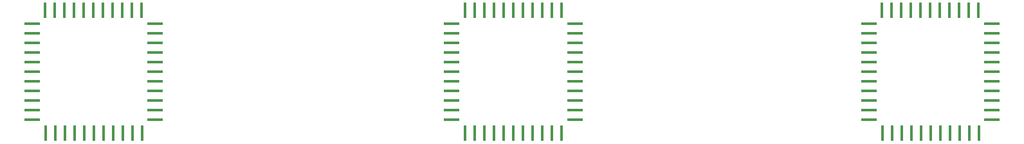
<source format=gbr>
G04 DipTrace 2.4.0.2*
%INTopPaste.gbr*%
%MOIN*%
%ADD41R,0.0156X0.0786*%
%ADD43R,0.0786X0.0156*%
%FSLAX44Y44*%
G04*
G70*
G90*
G75*
G01*
%LNTopPaste*%
%LPD*%
D43*
X13190Y10190D3*
Y9690D3*
Y9190D3*
Y8690D3*
Y8190D3*
Y7690D3*
Y7190D3*
Y6690D3*
Y6190D3*
Y5690D3*
Y5190D3*
D41*
X13884Y4506D3*
X14384D3*
X14884D3*
X15384D3*
X15884D3*
X16384D3*
X16884D3*
X17384D3*
X17884D3*
X18384D3*
X18884D3*
D43*
X19568Y5200D3*
Y5700D3*
Y6200D3*
Y6700D3*
Y7200D3*
Y7700D3*
Y8200D3*
Y8700D3*
Y9200D3*
Y9700D3*
Y10200D3*
D41*
X18874Y10884D3*
X18374D3*
X17874D3*
X17374D3*
X16874D3*
X16374D3*
X15874D3*
X15374D3*
X14874D3*
X14374D3*
X13874D3*
D43*
X34940Y10190D3*
Y9690D3*
Y9190D3*
Y8690D3*
Y8190D3*
Y7690D3*
Y7190D3*
Y6690D3*
Y6190D3*
Y5690D3*
Y5190D3*
D41*
X35634Y4506D3*
X36134D3*
X36634D3*
X37134D3*
X37634D3*
X38134D3*
X38634D3*
X39134D3*
X39634D3*
X40134D3*
X40634D3*
D43*
X41318Y5200D3*
Y5700D3*
Y6200D3*
Y6700D3*
Y7200D3*
Y7700D3*
Y8200D3*
Y8700D3*
Y9200D3*
Y9700D3*
Y10200D3*
D41*
X40624Y10884D3*
X40124D3*
X39624D3*
X39124D3*
X38624D3*
X38124D3*
X37624D3*
X37124D3*
X36624D3*
X36124D3*
X35624D3*
D43*
X56565Y10190D3*
Y9690D3*
Y9190D3*
Y8690D3*
Y8190D3*
Y7690D3*
Y7190D3*
Y6690D3*
Y6190D3*
Y5690D3*
Y5190D3*
D41*
X57259Y4506D3*
X57759D3*
X58259D3*
X58759D3*
X59259D3*
X59759D3*
X60259D3*
X60759D3*
X61259D3*
X61759D3*
X62259D3*
D43*
X62943Y5200D3*
Y5700D3*
Y6200D3*
Y6700D3*
Y7200D3*
Y7700D3*
Y8200D3*
Y8700D3*
Y9200D3*
Y9700D3*
Y10200D3*
D41*
X62249Y10884D3*
X61749D3*
X61249D3*
X60749D3*
X60249D3*
X59749D3*
X59249D3*
X58749D3*
X58249D3*
X57749D3*
X57249D3*
M02*

</source>
